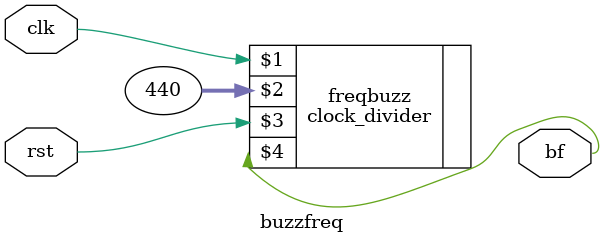
<source format=sv>
module buzzfreq(input clk, input rst, output bf);

	clock_divider freqbuzz(clk, 440, rst, bf);

endmodule
</source>
